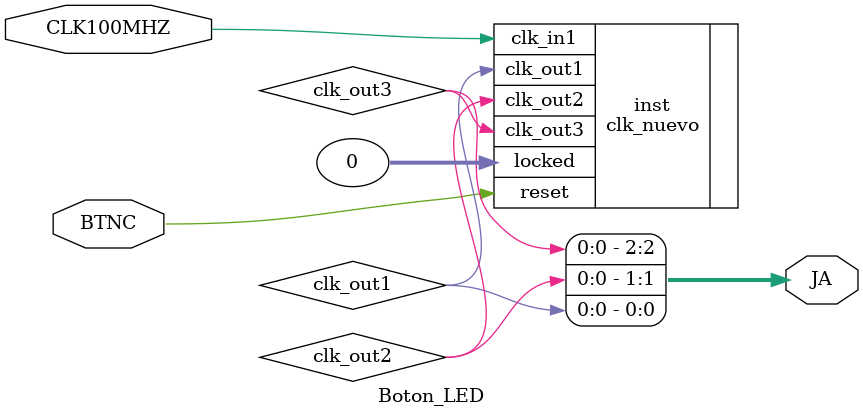
<source format=v>
`timescale 1ns / 1ps


module Boton_LED(
    input BTNC, CLK100MHZ,
    output [2:0] JA
    );
    
    wire clk_nuevo1, clk_nuevo2, clk_nuevo3;
    
    //reg [5:0] count, count_next;
    //always@(*)begin
    //    if(count > (6'b111_111 - 6'd1))  
    //        count_next = 6'd0;
    //    else
    //        count_next = count + 6'd1;   
    //end
    
    //always@(posedge CLK100MHZ or posedge BTNC)
    //begin
    //    if(BTNC)
    //        count <= 6'd0;
    //    else
    //        count <= count_next;
    //end
    
    clk_nuevo inst
      (
      // Clock out ports  
      .clk_out1(clk_out1),
      .clk_out2(clk_out2),
      .clk_out3(clk_out3),
      // Status and control signals               
      .reset(BTNC), 
      .locked(0),
     // Clock in ports
      .clk_in1(CLK100MHZ)
      );
    
    assign JA[0] = clk_out1;
    assign JA[1] = clk_out2;
    assign JA[2] = clk_out3;
       
    
endmodule

</source>
